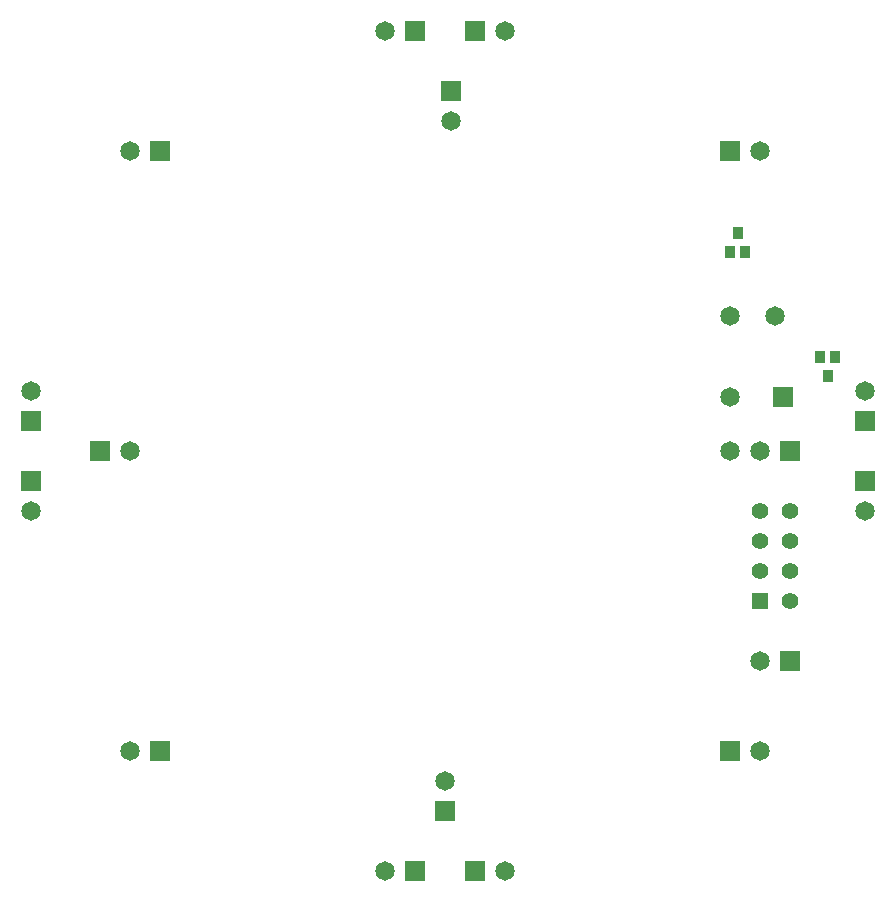
<source format=gbs>
G04 -- Generated By PCBWeb Designer*
%FSLAX24Y24*%
%MOIN*%
%OFA0B0*%
%SFA1.0B1.0*%
%AMROTRECT*21,1,$1,$2,0,0,$3*%
%AMROTOBLONG*1,1,$7,$1,$2*1,1,$7,$3,$4*21,1,$5,$6,0,0,$8*%
%ADD10C,0.025*%
%ADD11R,0.045X0.045*%
%ADD12C,0.03*%
%ADD13R,0.055X0.055*%
%ADD14C,0.045*%
%ADD15C,0.055*%
%ADD16C,0.01*%
%ADD17C,0.008*%
%ADD18C,0.024*%
%ADD19C,0.035*%
%ADD20R,0.065X0.065*%
%ADD21C,0.032*%
%ADD22C,0.065*%
%ADD23C,0.005*%
%ADD24C,0.021*%
%ADD25R,0.0591X0.0512*%
%ADD26R,0.0691X0.0612*%
%ADD27R,0.0236X0.0315*%
%ADD28R,0.0336X0.0415*%
%ADD29C,0.033*%
%ADD30C,0.033*%
%ADD31C,0.026*%
%ADD32C,0.015*%
%ADD33C,0.031*%
%ADD34C,0.0*%
%ADD35C,0.0275*%
G01*
%LNSTD*%
%LPD*%
G54D13*
X26000Y10500D03*
G54D15*
X27000Y10500D03*
X26000Y11500D03*
X27000Y11500D03*
X26000Y12500D03*
X27000Y12500D03*
X26000Y13500D03*
X27000Y13500D03*
G54D20*
X27000Y8500D03*
G54D22*
X26000Y8500D03*
G54D20*
X27000Y15500D03*
G54D22*
X26000Y15500D03*
X25000Y15500D03*
G54D28*
X28250Y18000D03*
X27994Y18630D03*
X28506Y18630D03*
X25250Y22750D03*
X25506Y22120D03*
X24994Y22120D03*
G54D20*
X25000Y25500D03*
G54D22*
X26000Y25500D03*
G54D20*
X6000Y5500D03*
G54D22*
X5000Y5500D03*
G54D20*
X25000Y5500D03*
G54D22*
X26000Y5500D03*
G54D20*
X16500Y1500D03*
G54D22*
X17500Y1500D03*
G54D20*
X14500Y29500D03*
G54D22*
X13500Y29500D03*
G54D20*
X29500Y16500D03*
G54D22*
X29500Y17500D03*
G54D20*
X1700Y14500D03*
G54D22*
X1700Y13500D03*
G54D20*
X26750Y17300D03*
G54D22*
X25000Y17300D03*
G54D20*
X14500Y1500D03*
G54D22*
X13500Y1500D03*
G54D20*
X29500Y14500D03*
G54D22*
X29500Y13500D03*
G54D20*
X1700Y16500D03*
G54D22*
X1700Y17500D03*
G54D20*
X16500Y29500D03*
G54D22*
X17500Y29500D03*
G54D20*
X6000Y25500D03*
G54D22*
X5000Y25500D03*
X26500Y20000D03*
X25000Y20000D03*
G54D20*
X4000Y15500D03*
G54D22*
X5000Y15500D03*
G54D20*
X15700Y27500D03*
G54D22*
X15700Y26500D03*
G54D20*
X15500Y3500D03*
G54D22*
X15500Y4500D03*
M02*

</source>
